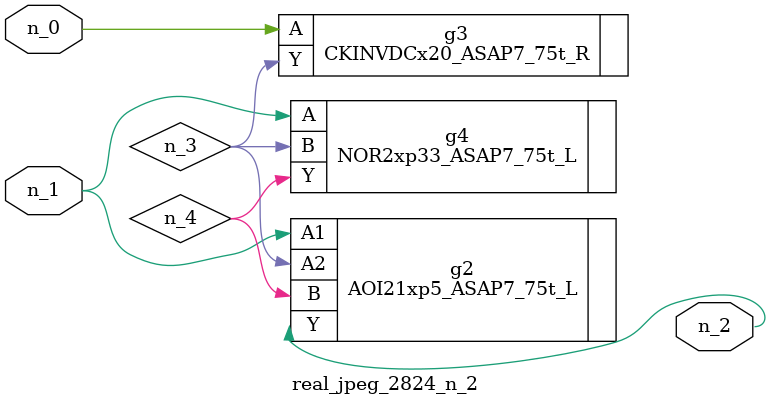
<source format=v>
module real_jpeg_2824_n_2 (n_1, n_0, n_2);

input n_1;
input n_0;

output n_2;

wire n_4;
wire n_3;

CKINVDCx20_ASAP7_75t_R g3 ( 
.A(n_0),
.Y(n_3)
);

AOI21xp5_ASAP7_75t_L g2 ( 
.A1(n_1),
.A2(n_3),
.B(n_4),
.Y(n_2)
);

NOR2xp33_ASAP7_75t_L g4 ( 
.A(n_1),
.B(n_3),
.Y(n_4)
);


endmodule
</source>
